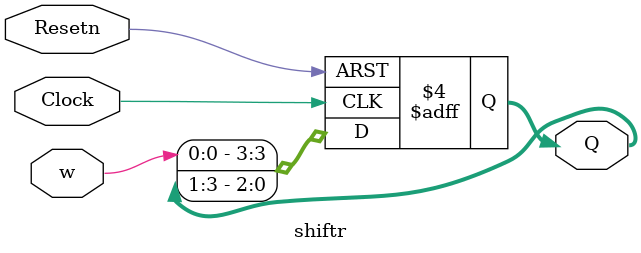
<source format=v>
module shiftr (Resetn, w, Clock, Q);
	parameter m = 4;
	input Resetn, w, Clock;
	output [1:m] Q;
	reg [1:m] Q/* synthesis keep="1" */;
	integer k/* synthesis keep="1" */;
	always @(negedge Resetn or posedge Clock)
		if (!Resetn)
			Q <= 0;
		else
			begin
				for (k = m; k > 1 ; k = k-1)
				Q[k] <= Q[k-1];
				Q[1] <= w;
			end
endmodule
</source>
